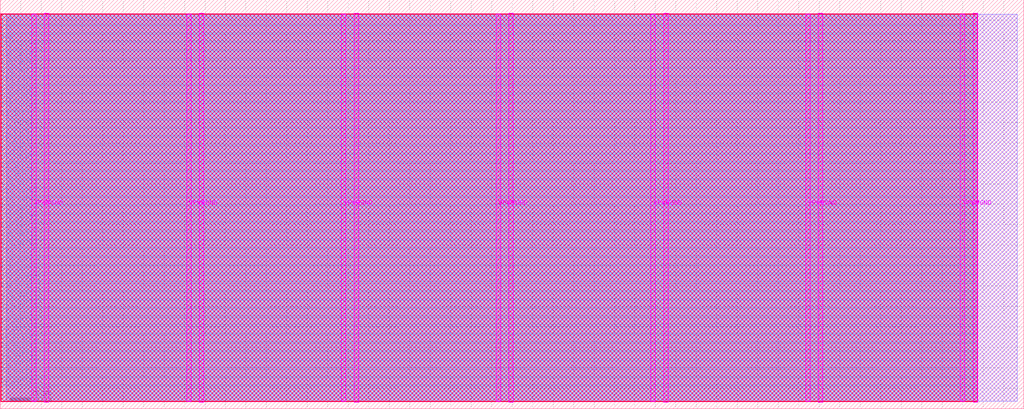
<source format=lef>
VERSION 5.7 ;
  NOWIREEXTENSIONATPIN ON ;
  DIVIDERCHAR "/" ;
  BUSBITCHARS "[]" ;
MACRO heichips25_top_sorter
  CLASS BLOCK ;
  FOREIGN heichips25_top_sorter ;
  ORIGIN 0.000 0.000 ;
  SIZE 500.000 BY 200.000 ;
  PIN VGND
    DIRECTION INOUT ;
    USE GROUND ;
    PORT
      LAYER TopMetal1 ;
        RECT 21.580 3.150 23.780 193.410 ;
    END
    PORT
      LAYER TopMetal1 ;
        RECT 97.180 3.150 99.380 193.410 ;
    END
    PORT
      LAYER TopMetal1 ;
        RECT 172.780 3.150 174.980 193.410 ;
    END
    PORT
      LAYER TopMetal1 ;
        RECT 248.380 3.150 250.580 193.410 ;
    END
    PORT
      LAYER TopMetal1 ;
        RECT 323.980 3.150 326.180 193.410 ;
    END
    PORT
      LAYER TopMetal1 ;
        RECT 399.580 3.150 401.780 193.410 ;
    END
    PORT
      LAYER TopMetal1 ;
        RECT 475.180 3.150 477.380 193.410 ;
    END
  END VGND
  PIN VPWR
    DIRECTION INOUT ;
    USE POWER ;
    PORT
      LAYER TopMetal1 ;
        RECT 15.380 3.560 17.580 193.000 ;
    END
    PORT
      LAYER TopMetal1 ;
        RECT 90.980 3.560 93.180 193.000 ;
    END
    PORT
      LAYER TopMetal1 ;
        RECT 166.580 3.560 168.780 193.000 ;
    END
    PORT
      LAYER TopMetal1 ;
        RECT 242.180 3.560 244.380 193.000 ;
    END
    PORT
      LAYER TopMetal1 ;
        RECT 317.780 3.560 319.980 193.000 ;
    END
    PORT
      LAYER TopMetal1 ;
        RECT 393.380 3.560 395.580 193.000 ;
    END
    PORT
      LAYER TopMetal1 ;
        RECT 468.980 3.560 471.180 193.000 ;
    END
  END VPWR
  PIN clk
    DIRECTION INPUT ;
    USE SIGNAL ;
    ANTENNAGATEAREA 0.725400 ;
    PORT
      LAYER Metal3 ;
        RECT 0.000 183.340 0.400 183.740 ;
    END
  END clk
  PIN ena
    DIRECTION INPUT ;
    USE SIGNAL ;
    PORT
      LAYER Metal3 ;
        RECT 0.000 179.140 0.400 179.540 ;
    END
  END ena
  PIN rst_n
    DIRECTION INPUT ;
    USE SIGNAL ;
    ANTENNAGATEAREA 0.725400 ;
    PORT
      LAYER Metal3 ;
        RECT 0.000 187.540 0.400 187.940 ;
    END
  END rst_n
  PIN ui_in[0]
    DIRECTION INPUT ;
    USE SIGNAL ;
    ANTENNAGATEAREA 0.725400 ;
    PORT
      LAYER Metal3 ;
        RECT 0.000 111.940 0.400 112.340 ;
    END
  END ui_in[0]
  PIN ui_in[1]
    DIRECTION INPUT ;
    USE SIGNAL ;
    ANTENNAGATEAREA 1.450800 ;
    PORT
      LAYER Metal3 ;
        RECT 0.000 116.140 0.400 116.540 ;
    END
  END ui_in[1]
  PIN ui_in[2]
    DIRECTION INPUT ;
    USE SIGNAL ;
    ANTENNAGATEAREA 0.725400 ;
    PORT
      LAYER Metal3 ;
        RECT 0.000 120.340 0.400 120.740 ;
    END
  END ui_in[2]
  PIN ui_in[3]
    DIRECTION INPUT ;
    USE SIGNAL ;
    ANTENNAGATEAREA 1.450800 ;
    PORT
      LAYER Metal3 ;
        RECT 0.000 124.540 0.400 124.940 ;
    END
  END ui_in[3]
  PIN ui_in[4]
    DIRECTION INPUT ;
    USE SIGNAL ;
    ANTENNAGATEAREA 0.725400 ;
    PORT
      LAYER Metal3 ;
        RECT 0.000 128.740 0.400 129.140 ;
    END
  END ui_in[4]
  PIN ui_in[5]
    DIRECTION INPUT ;
    USE SIGNAL ;
    ANTENNAGATEAREA 1.450800 ;
    PORT
      LAYER Metal3 ;
        RECT 0.000 132.940 0.400 133.340 ;
    END
  END ui_in[5]
  PIN ui_in[6]
    DIRECTION INPUT ;
    USE SIGNAL ;
    ANTENNAGATEAREA 0.725400 ;
    PORT
      LAYER Metal3 ;
        RECT 0.000 137.140 0.400 137.540 ;
    END
  END ui_in[6]
  PIN ui_in[7]
    DIRECTION INPUT ;
    USE SIGNAL ;
    ANTENNAGATEAREA 1.450800 ;
    PORT
      LAYER Metal3 ;
        RECT 0.000 141.340 0.400 141.740 ;
    END
  END ui_in[7]
  PIN uio_in[0]
    DIRECTION INPUT ;
    USE SIGNAL ;
    ANTENNAGATEAREA 1.450800 ;
    PORT
      LAYER Metal3 ;
        RECT 0.000 145.540 0.400 145.940 ;
    END
  END uio_in[0]
  PIN uio_in[1]
    DIRECTION INPUT ;
    USE SIGNAL ;
    ANTENNAGATEAREA 0.906100 ;
    PORT
      LAYER Metal3 ;
        RECT 0.000 149.740 0.400 150.140 ;
    END
  END uio_in[1]
  PIN uio_in[2]
    DIRECTION INPUT ;
    USE SIGNAL ;
    PORT
      LAYER Metal3 ;
        RECT 0.000 153.940 0.400 154.340 ;
    END
  END uio_in[2]
  PIN uio_in[3]
    DIRECTION INPUT ;
    USE SIGNAL ;
    PORT
      LAYER Metal3 ;
        RECT 0.000 158.140 0.400 158.540 ;
    END
  END uio_in[3]
  PIN uio_in[4]
    DIRECTION INPUT ;
    USE SIGNAL ;
    PORT
      LAYER Metal3 ;
        RECT 0.000 162.340 0.400 162.740 ;
    END
  END uio_in[4]
  PIN uio_in[5]
    DIRECTION INPUT ;
    USE SIGNAL ;
    PORT
      LAYER Metal3 ;
        RECT 0.000 166.540 0.400 166.940 ;
    END
  END uio_in[5]
  PIN uio_in[6]
    DIRECTION INPUT ;
    USE SIGNAL ;
    PORT
      LAYER Metal3 ;
        RECT 0.000 170.740 0.400 171.140 ;
    END
  END uio_in[6]
  PIN uio_in[7]
    DIRECTION INPUT ;
    USE SIGNAL ;
    PORT
      LAYER Metal3 ;
        RECT 0.000 174.940 0.400 175.340 ;
    END
  END uio_in[7]
  PIN uio_oe[0]
    DIRECTION OUTPUT ;
    USE SIGNAL ;
    ANTENNADIFFAREA 0.299200 ;
    PORT
      LAYER Metal3 ;
        RECT 0.000 78.340 0.400 78.740 ;
    END
  END uio_oe[0]
  PIN uio_oe[1]
    DIRECTION OUTPUT ;
    USE SIGNAL ;
    ANTENNADIFFAREA 0.299200 ;
    PORT
      LAYER Metal3 ;
        RECT 0.000 82.540 0.400 82.940 ;
    END
  END uio_oe[1]
  PIN uio_oe[2]
    DIRECTION OUTPUT ;
    USE SIGNAL ;
    ANTENNADIFFAREA 0.392700 ;
    PORT
      LAYER Metal3 ;
        RECT 0.000 86.740 0.400 87.140 ;
    END
  END uio_oe[2]
  PIN uio_oe[3]
    DIRECTION OUTPUT ;
    USE SIGNAL ;
    ANTENNADIFFAREA 0.299200 ;
    PORT
      LAYER Metal3 ;
        RECT 0.000 90.940 0.400 91.340 ;
    END
  END uio_oe[3]
  PIN uio_oe[4]
    DIRECTION OUTPUT ;
    USE SIGNAL ;
    ANTENNADIFFAREA 0.299200 ;
    PORT
      LAYER Metal3 ;
        RECT 0.000 95.140 0.400 95.540 ;
    END
  END uio_oe[4]
  PIN uio_oe[5]
    DIRECTION OUTPUT ;
    USE SIGNAL ;
    ANTENNADIFFAREA 0.392700 ;
    PORT
      LAYER Metal3 ;
        RECT 0.000 99.340 0.400 99.740 ;
    END
  END uio_oe[5]
  PIN uio_oe[6]
    DIRECTION OUTPUT ;
    USE SIGNAL ;
    ANTENNADIFFAREA 0.299200 ;
    PORT
      LAYER Metal3 ;
        RECT 0.000 103.540 0.400 103.940 ;
    END
  END uio_oe[6]
  PIN uio_oe[7]
    DIRECTION OUTPUT ;
    USE SIGNAL ;
    ANTENNADIFFAREA 0.299200 ;
    PORT
      LAYER Metal3 ;
        RECT 0.000 107.740 0.400 108.140 ;
    END
  END uio_oe[7]
  PIN uio_out[0]
    DIRECTION OUTPUT ;
    USE SIGNAL ;
    ANTENNADIFFAREA 0.299200 ;
    PORT
      LAYER Metal3 ;
        RECT 0.000 44.740 0.400 45.140 ;
    END
  END uio_out[0]
  PIN uio_out[1]
    DIRECTION OUTPUT ;
    USE SIGNAL ;
    ANTENNADIFFAREA 0.299200 ;
    PORT
      LAYER Metal3 ;
        RECT 0.000 48.940 0.400 49.340 ;
    END
  END uio_out[1]
  PIN uio_out[2]
    DIRECTION OUTPUT ;
    USE SIGNAL ;
    ANTENNADIFFAREA 0.708600 ;
    PORT
      LAYER Metal3 ;
        RECT 0.000 53.140 0.400 53.540 ;
    END
  END uio_out[2]
  PIN uio_out[3]
    DIRECTION OUTPUT ;
    USE SIGNAL ;
    ANTENNADIFFAREA 0.299200 ;
    PORT
      LAYER Metal3 ;
        RECT 0.000 57.340 0.400 57.740 ;
    END
  END uio_out[3]
  PIN uio_out[4]
    DIRECTION OUTPUT ;
    USE SIGNAL ;
    ANTENNADIFFAREA 0.299200 ;
    PORT
      LAYER Metal3 ;
        RECT 0.000 61.540 0.400 61.940 ;
    END
  END uio_out[4]
  PIN uio_out[5]
    DIRECTION OUTPUT ;
    USE SIGNAL ;
    ANTENNADIFFAREA 0.299200 ;
    PORT
      LAYER Metal3 ;
        RECT 0.000 65.740 0.400 66.140 ;
    END
  END uio_out[5]
  PIN uio_out[6]
    DIRECTION OUTPUT ;
    USE SIGNAL ;
    ANTENNADIFFAREA 0.299200 ;
    PORT
      LAYER Metal3 ;
        RECT 0.000 69.940 0.400 70.340 ;
    END
  END uio_out[6]
  PIN uio_out[7]
    DIRECTION OUTPUT ;
    USE SIGNAL ;
    ANTENNADIFFAREA 0.299200 ;
    PORT
      LAYER Metal3 ;
        RECT 0.000 74.140 0.400 74.540 ;
    END
  END uio_out[7]
  PIN uo_out[0]
    DIRECTION OUTPUT ;
    USE SIGNAL ;
    ANTENNADIFFAREA 0.708600 ;
    PORT
      LAYER Metal3 ;
        RECT 0.000 11.140 0.400 11.540 ;
    END
  END uo_out[0]
  PIN uo_out[1]
    DIRECTION OUTPUT ;
    USE SIGNAL ;
    ANTENNADIFFAREA 0.708600 ;
    PORT
      LAYER Metal3 ;
        RECT 0.000 15.340 0.400 15.740 ;
    END
  END uo_out[1]
  PIN uo_out[2]
    DIRECTION OUTPUT ;
    USE SIGNAL ;
    ANTENNADIFFAREA 0.708600 ;
    PORT
      LAYER Metal3 ;
        RECT 0.000 19.540 0.400 19.940 ;
    END
  END uo_out[2]
  PIN uo_out[3]
    DIRECTION OUTPUT ;
    USE SIGNAL ;
    ANTENNADIFFAREA 0.708600 ;
    PORT
      LAYER Metal3 ;
        RECT 0.000 23.740 0.400 24.140 ;
    END
  END uo_out[3]
  PIN uo_out[4]
    DIRECTION OUTPUT ;
    USE SIGNAL ;
    ANTENNADIFFAREA 0.708600 ;
    PORT
      LAYER Metal3 ;
        RECT 0.000 27.940 0.400 28.340 ;
    END
  END uo_out[4]
  PIN uo_out[5]
    DIRECTION OUTPUT ;
    USE SIGNAL ;
    ANTENNADIFFAREA 0.708600 ;
    PORT
      LAYER Metal3 ;
        RECT 0.000 32.140 0.400 32.540 ;
    END
  END uo_out[5]
  PIN uo_out[6]
    DIRECTION OUTPUT ;
    USE SIGNAL ;
    ANTENNADIFFAREA 0.708600 ;
    PORT
      LAYER Metal3 ;
        RECT 0.000 36.340 0.400 36.740 ;
    END
  END uo_out[6]
  PIN uo_out[7]
    DIRECTION OUTPUT ;
    USE SIGNAL ;
    ANTENNADIFFAREA 0.708600 ;
    PORT
      LAYER Metal3 ;
        RECT 0.000 40.540 0.400 40.940 ;
    END
  END uo_out[7]
  OBS
      LAYER GatPoly ;
        RECT 2.880 3.630 496.800 192.930 ;
      LAYER Metal1 ;
        RECT 2.880 3.560 496.800 193.000 ;
      LAYER Metal2 ;
        RECT 1.335 3.635 477.200 192.925 ;
      LAYER Metal3 ;
        RECT 0.400 188.150 477.245 192.880 ;
        RECT 0.610 187.330 477.245 188.150 ;
        RECT 0.400 183.950 477.245 187.330 ;
        RECT 0.610 183.130 477.245 183.950 ;
        RECT 0.400 179.750 477.245 183.130 ;
        RECT 0.610 178.930 477.245 179.750 ;
        RECT 0.400 175.550 477.245 178.930 ;
        RECT 0.610 174.730 477.245 175.550 ;
        RECT 0.400 171.350 477.245 174.730 ;
        RECT 0.610 170.530 477.245 171.350 ;
        RECT 0.400 167.150 477.245 170.530 ;
        RECT 0.610 166.330 477.245 167.150 ;
        RECT 0.400 162.950 477.245 166.330 ;
        RECT 0.610 162.130 477.245 162.950 ;
        RECT 0.400 158.750 477.245 162.130 ;
        RECT 0.610 157.930 477.245 158.750 ;
        RECT 0.400 154.550 477.245 157.930 ;
        RECT 0.610 153.730 477.245 154.550 ;
        RECT 0.400 150.350 477.245 153.730 ;
        RECT 0.610 149.530 477.245 150.350 ;
        RECT 0.400 146.150 477.245 149.530 ;
        RECT 0.610 145.330 477.245 146.150 ;
        RECT 0.400 141.950 477.245 145.330 ;
        RECT 0.610 141.130 477.245 141.950 ;
        RECT 0.400 137.750 477.245 141.130 ;
        RECT 0.610 136.930 477.245 137.750 ;
        RECT 0.400 133.550 477.245 136.930 ;
        RECT 0.610 132.730 477.245 133.550 ;
        RECT 0.400 129.350 477.245 132.730 ;
        RECT 0.610 128.530 477.245 129.350 ;
        RECT 0.400 125.150 477.245 128.530 ;
        RECT 0.610 124.330 477.245 125.150 ;
        RECT 0.400 120.950 477.245 124.330 ;
        RECT 0.610 120.130 477.245 120.950 ;
        RECT 0.400 116.750 477.245 120.130 ;
        RECT 0.610 115.930 477.245 116.750 ;
        RECT 0.400 112.550 477.245 115.930 ;
        RECT 0.610 111.730 477.245 112.550 ;
        RECT 0.400 108.350 477.245 111.730 ;
        RECT 0.610 107.530 477.245 108.350 ;
        RECT 0.400 104.150 477.245 107.530 ;
        RECT 0.610 103.330 477.245 104.150 ;
        RECT 0.400 99.950 477.245 103.330 ;
        RECT 0.610 99.130 477.245 99.950 ;
        RECT 0.400 95.750 477.245 99.130 ;
        RECT 0.610 94.930 477.245 95.750 ;
        RECT 0.400 91.550 477.245 94.930 ;
        RECT 0.610 90.730 477.245 91.550 ;
        RECT 0.400 87.350 477.245 90.730 ;
        RECT 0.610 86.530 477.245 87.350 ;
        RECT 0.400 83.150 477.245 86.530 ;
        RECT 0.610 82.330 477.245 83.150 ;
        RECT 0.400 78.950 477.245 82.330 ;
        RECT 0.610 78.130 477.245 78.950 ;
        RECT 0.400 74.750 477.245 78.130 ;
        RECT 0.610 73.930 477.245 74.750 ;
        RECT 0.400 70.550 477.245 73.930 ;
        RECT 0.610 69.730 477.245 70.550 ;
        RECT 0.400 66.350 477.245 69.730 ;
        RECT 0.610 65.530 477.245 66.350 ;
        RECT 0.400 62.150 477.245 65.530 ;
        RECT 0.610 61.330 477.245 62.150 ;
        RECT 0.400 57.950 477.245 61.330 ;
        RECT 0.610 57.130 477.245 57.950 ;
        RECT 0.400 53.750 477.245 57.130 ;
        RECT 0.610 52.930 477.245 53.750 ;
        RECT 0.400 49.550 477.245 52.930 ;
        RECT 0.610 48.730 477.245 49.550 ;
        RECT 0.400 45.350 477.245 48.730 ;
        RECT 0.610 44.530 477.245 45.350 ;
        RECT 0.400 41.150 477.245 44.530 ;
        RECT 0.610 40.330 477.245 41.150 ;
        RECT 0.400 36.950 477.245 40.330 ;
        RECT 0.610 36.130 477.245 36.950 ;
        RECT 0.400 32.750 477.245 36.130 ;
        RECT 0.610 31.930 477.245 32.750 ;
        RECT 0.400 28.550 477.245 31.930 ;
        RECT 0.610 27.730 477.245 28.550 ;
        RECT 0.400 24.350 477.245 27.730 ;
        RECT 0.610 23.530 477.245 24.350 ;
        RECT 0.400 20.150 477.245 23.530 ;
        RECT 0.610 19.330 477.245 20.150 ;
        RECT 0.400 15.950 477.245 19.330 ;
        RECT 0.610 15.130 477.245 15.950 ;
        RECT 0.400 11.750 477.245 15.130 ;
        RECT 0.610 10.930 477.245 11.750 ;
        RECT 0.400 3.680 477.245 10.930 ;
      LAYER Metal4 ;
        RECT 0.375 3.635 477.200 192.925 ;
      LAYER Metal5 ;
        RECT 0.335 3.470 477.245 193.090 ;
  END
END heichips25_top_sorter
END LIBRARY


</source>
